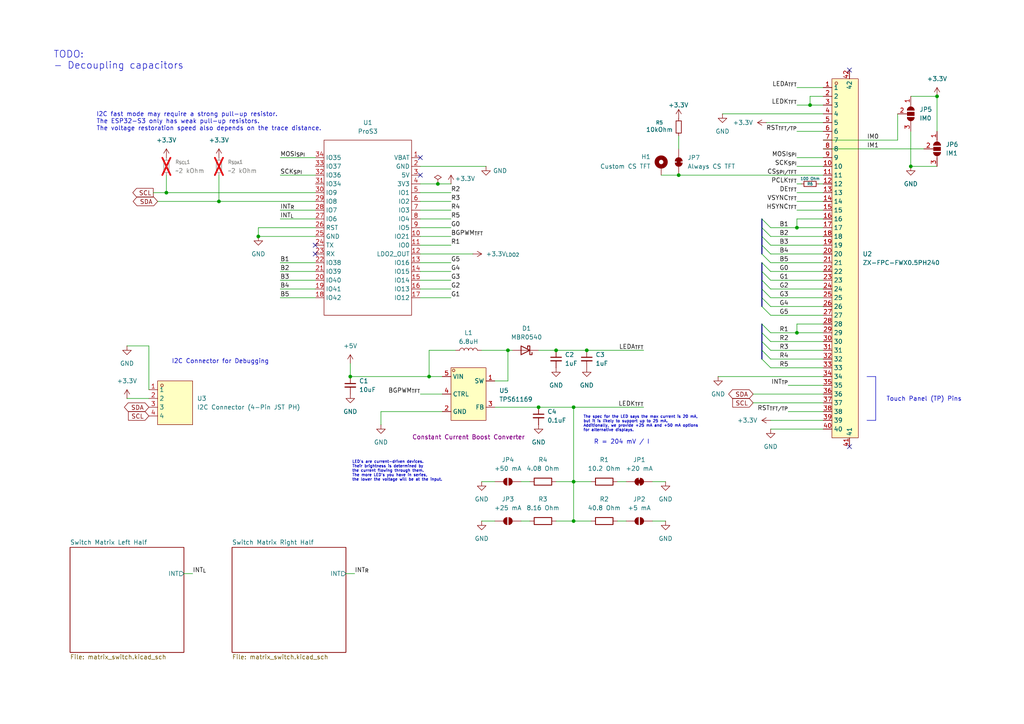
<source format=kicad_sch>
(kicad_sch (version 20250114) (generator "eeschema") (generator_version "9.0")
  (paper "A4")
  (title_block (title "Advanced Clicky Input Device") (company "Jakub Hlusička"))
  (lib_symbols
    (symbol "Device:C_Small" (pin_numbers (hide yes)) (pin_names (offset 0.254) (hide yes))
      (property "Reference" "C" (at 0.254 1.778 0))
      (property "Value" "C_Small" (at 0.254 -2.032 0))
      (symbol "C_Small_0_1"
        (polyline (pts (xy -1.524 0.508) (xy 1.524 0.508)) (stroke (width 0.3048)))
        (polyline (pts (xy -1.524 -0.508) (xy 1.524 -0.508)) (stroke (width 0.3302)))
      )
      (symbol "C_Small_1_1"
        (pin passive line (at 0 2.54 270) (length 2.032) (name "~") (number "1"))
        (pin passive line (at 0 -2.54 90) (length 2.032) (name "~") (number "2"))
      )
    )
    (symbol "Device:L" (pin_numbers (hide yes)) (pin_names (offset 1.016) (hide yes))
      (property "Reference" "L" (at -1.27 0 90))
      (property "Value" "L" (at 1.905 0 90))
      (symbol "L_0_1"
        (arc (start 0 2.54) (mid 0.6323 1.905) (end 0 1.27))
        (arc (start 0 1.27) (mid 0.6323 0.635) (end 0 0))
        (arc (start 0 0) (mid 0.6323 -0.635) (end 0 -1.27))
        (arc (start 0 -1.27) (mid 0.6323 -1.905) (end 0 -2.54))
      )
      (symbol "L_1_1"
        (pin passive line (at 0 3.81 270) (length 1.27) (name "1") (number "1"))
        (pin passive line (at 0 -3.81 90) (length 1.27) (name "2") (number "2"))
      )
    )
    (symbol "Device:R" (pin_numbers (hide yes)) (pin_names (offset 0))
      (property "Reference" "R" (at 2.032 0 90))
      (property "Value" "R" (at 0 0 90))
      (symbol "R_0_1"
        (rectangle (start -1.016 -2.54) (end 1.016 2.54) (stroke (width 0.254)))
      )
      (symbol "R_1_1"
        (pin passive line (at 0 3.81 270) (length 1.27) (name "~") (number "1"))
        (pin passive line (at 0 -3.81 90) (length 1.27) (name "~") (number "2"))
      )
    )
    (symbol "Device:R_Small" (pin_numbers (hide yes)) (pin_names (offset 0.254) (hide yes))
      (property "Reference" "R" (at 0 0 90))
      (property "Value" "R_Small" (at 1.778 0 90))
      (symbol "R_Small_0_1"
        (rectangle (start -0.762 1.778) (end 0.762 -1.778) (stroke (width 0.2032)))
      )
      (symbol "R_Small_1_1"
        (pin passive line (at 0 2.54 270) (length 0.762) (name "~") (number "1"))
        (pin passive line (at 0 -2.54 90) (length 0.762) (name "~") (number "2"))
      )
    )
    (symbol "Diode:MBR0540" (pin_numbers (hide yes)) (pin_names (offset 1.016) (hide yes))
      (property "Reference" "D" (at 0 2.54 0))
      (property "Value" "MBR0540" (at 0 -2.54 0))
      (symbol "MBR0540_0_1"
        (polyline (pts (xy -1.905 0.635) (xy -1.905 1.27) (xy -1.27 1.27) (xy -1.27 -1.27) (xy -0.635 -1.27) (xy -0.635 -0.635)) (stroke (width 0.254)))
        (polyline (pts (xy 1.27 1.27) (xy 1.27 -1.27) (xy -1.27 0) (xy 1.27 1.27)) (stroke (width 0.254)))
        (polyline (pts (xy 1.27 0) (xy -1.27 0)))
      )
      (symbol "MBR0540_1_1"
        (pin passive line (at -3.81 0 0) (length 2.54) (name "K") (number "1"))
        (pin passive line (at 3.81 0 180) (length 2.54) (name "A") (number "2"))
      )
    )
    (symbol "Jumper:SolderJumper_2_Bridged" (pin_numbers (hide yes)) (pin_names (offset 0) (hide yes)) (in_bom no)
      (property "Reference" "JP" (at 0 2.032 0))
      (property "Value" "SolderJumper_2_Bridged" (at 0 -2.54 0))
      (symbol "SolderJumper_2_Bridged_0_1"
        (rectangle (start -0.508 0.508) (end 0.508 -0.508) (fill (type outline)))
        (polyline (pts (xy -0.254 1.016) (xy -0.254 -1.016)))
        (arc (start -0.254 -1.016) (mid -1.2656 0) (end -0.254 1.016))
        (arc (start -0.254 -1.016) (mid -1.2656 0) (end -0.254 1.016) (fill (type outline)))
        (arc (start 0.254 1.016) (mid 1.2656 0) (end 0.254 -1.016))
        (arc (start 0.254 1.016) (mid 1.2656 0) (end 0.254 -1.016) (fill (type outline)))
        (polyline (pts (xy 0.254 1.016) (xy 0.254 -1.016)))
      )
      (symbol "SolderJumper_2_Bridged_1_1"
        (pin passive line (at -3.81 0 0) (length 2.54) (name "A") (number "1"))
        (pin passive line (at 3.81 0 180) (length 2.54) (name "B") (number "2"))
      )
    )
    (symbol "Jumper:SolderJumper_2_Open" (pin_numbers (hide yes)) (pin_names (offset 0) (hide yes)) (in_bom no)
      (property "Reference" "JP" (at 0 2.032 0))
      (property "Value" "SolderJumper_2_Open" (at 0 -2.54 0))
      (symbol "SolderJumper_2_Open_0_1"
        (polyline (pts (xy -0.254 1.016) (xy -0.254 -1.016)))
        (arc (start -0.254 -1.016) (mid -1.2656 0) (end -0.254 1.016))
        (arc (start -0.254 -1.016) (mid -1.2656 0) (end -0.254 1.016) (fill (type outline)))
        (arc (start 0.254 1.016) (mid 1.2656 0) (end 0.254 -1.016))
        (arc (start 0.254 1.016) (mid 1.2656 0) (end 0.254 -1.016) (fill (type outline)))
        (polyline (pts (xy 0.254 1.016) (xy 0.254 -1.016)))
      )
      (symbol "SolderJumper_2_Open_1_1"
        (pin passive line (at -3.81 0 0) (length 2.54) (name "A") (number "1"))
        (pin passive line (at 3.81 0 180) (length 2.54) (name "B") (number "2"))
      )
    )
    (symbol "Jumper:SolderJumper_3_Open" (pin_names (offset 0) (hide yes)) (in_bom no)
      (property "Reference" "JP" (at -2.54 -2.54 0))
      (property "Value" "SolderJumper_3_Open" (at 0 2.794 0))
      (symbol "SolderJumper_3_Open_0_1"
        (polyline (pts (xy -2.54 0) (xy -2.032 0)))
        (polyline (pts (xy -1.016 1.016) (xy -1.016 -1.016)))
        (arc (start -1.016 -1.016) (mid -2.0276 0) (end -1.016 1.016))
        (arc (start -1.016 -1.016) (mid -2.0276 0) (end -1.016 1.016) (fill (type outline)))
        (rectangle (start -0.508 1.016) (end 0.508 -1.016) (fill (type outline)))
        (polyline (pts (xy 0 -1.27) (xy 0 -1.016)))
        (arc (start 1.016 1.016) (mid 2.0276 0) (end 1.016 -1.016))
        (arc (start 1.016 1.016) (mid 2.0276 0) (end 1.016 -1.016) (fill (type outline)))
        (polyline (pts (xy 1.016 1.016) (xy 1.016 -1.016)))
        (polyline (pts (xy 2.54 0) (xy 2.032 0)))
      )
      (symbol "SolderJumper_3_Open_1_1"
        (pin passive line (at -5.08 0 0) (length 2.54) (name "A") (number "1"))
        (pin passive line (at 0 -3.81 90) (length 2.54) (name "C") (number "2"))
        (pin passive line (at 5.08 0 180) (length 2.54) (name "B") (number "3"))
      )
    )
    (symbol "Mechanical:MountingHole_Pad" (pin_numbers (hide yes)) (pin_names (offset 1.016) (hide yes)) (in_bom no)
      (property "Reference" "H" (at 0 6.35 0))
      (property "Value" "MountingHole_Pad" (at 0 4.445 0))
      (symbol "MountingHole_Pad_0_1"
        (circle (center 0 1.27) (radius 1.27) (stroke (width 1.27)))
      )
      (symbol "MountingHole_Pad_1_1"
        (pin input line (at 0 -2.54 90) (length 2.54) (name "1") (number "1"))
      )
    )
    (symbol "UnexpectedMaker:ProS3"
      (property "Reference" "U" (at 0 -28.956 0))
      (property "Value" "ProS3" (at -0.508 27.178 0))
      (symbol "ProS3_0_1"
        (rectangle (start -12.7 25.4) (end 12.7 -25.4) (stroke (width 0.1524)))
      )
      (symbol "ProS3_1_1"
        (pin bidirectional line (at -15.24 20.32 0) (length 2.54) (name "IO35") (number "34"))
        (pin bidirectional line (at -15.24 17.78 0) (length 2.54) (name "IO37") (number "33"))
        (pin bidirectional line (at -15.24 15.24 0) (length 2.54) (name "IO36") (number "32"))
        (pin bidirectional line (at -15.24 12.7 0) (length 2.54) (name "IO34") (number "31"))
        (pin bidirectional line (at -15.24 10.16 0) (length 2.54) (name "IO9") (number "30"))
        (pin bidirectional line (at -15.24 7.62 0) (length 2.54) (name "IO8") (number "29"))
        (pin bidirectional line (at -15.24 5.08 0) (length 2.54) (name "IO7") (number "28"))
        (pin bidirectional line (at -15.24 2.54 0) (length 2.54) (name "IO6") (number "27"))
        (pin input line (at -15.24 0 0) (length 2.54) (name "RST") (number "26"))
        (pin power_in line (at -15.24 -2.54 0) (length 2.54) (name "GND") (number "25"))
        (pin bidirectional line (at -15.24 -5.08 0) (length 2.54) (name "TX") (number "24"))
        (pin bidirectional line (at -15.24 -7.62 0) (length 2.54) (name "RX") (number "23"))
        (pin bidirectional line (at -15.24 -10.16 0) (length 2.54) (name "IO38") (number "22"))
        (pin bidirectional line (at -15.24 -12.7 0) (length 2.54) (name "IO39") (number "21"))
        (pin bidirectional line (at -15.24 -15.24 0) (length 2.54) (name "IO40") (number "20"))
        (pin bidirectional line (at -15.24 -17.78 0) (length 2.54) (name "IO41") (number "19"))
        (pin bidirectional line (at -15.24 -20.32 0) (length 2.54) (name "IO42") (number "18"))
        (pin power_in line (at 15.24 20.32 180) (length 2.54) (name "VBAT") (number "1"))
        (pin power_in line (at 15.24 17.78 180) (length 2.54) (name "GND") (number "2"))
        (pin power_in line (at 15.24 15.24 180) (length 2.54) (name "5V") (number "3"))
        (pin power_in line (at 15.24 12.7 180) (length 2.54) (name "3V3") (number "4"))
        (pin bidirectional line (at 15.24 10.16 180) (length 2.54) (name "IO1") (number "5"))
        (pin bidirectional line (at 15.24 7.62 180) (length 2.54) (name "IO2") (number "6"))
        (pin bidirectional line (at 15.24 5.08 180) (length 2.54) (name "IO3") (number "7"))
        (pin bidirectional line (at 15.24 2.54 180) (length 2.54) (name "IO4") (number "8"))
        (pin bidirectional line (at 15.24 0 180) (length 2.54) (name "IO5") (number "9"))
        (pin bidirectional line (at 15.24 -2.54 180) (length 2.54) (name "IO21") (number "10"))
        (pin bidirectional line (at 15.24 -5.08 180) (length 2.54) (name "IO0") (number "11"))
        (pin power_out line (at 15.24 -7.62 180) (length 2.54) (name "LDO2_OUT") (number "12"))
        (pin bidirectional line (at 15.24 -10.16 180) (length 2.54) (name "IO16") (number "13"))
        (pin bidirectional line (at 15.24 -12.7 180) (length 2.54) (name "IO15") (number "14"))
        (pin bidirectional line (at 15.24 -15.24 180) (length 2.54) (name "IO14") (number "15"))
        (pin bidirectional line (at 15.24 -17.78 180) (length 2.54) (name "IO13") (number "16"))
        (pin bidirectional line (at 15.24 -20.32 180) (length 2.54) (name "IO12") (number "17"))
      )
    )
    (symbol "easyeda2kicad:B4B-PH-K(LF)(SN)"
      (property "Reference" "U" (at 0 7.62 0))
      (property "Value" "B4B-PH-K(LF)(SN)" (at 0 -10.16 0))
      (symbol "B4B-PH-K(LF)(SN)_0_1"
        (rectangle (start -2.54 5.08) (end 7.62 -7.62) (fill (type background)))
        (circle (center -1.27 3.81) (radius 0.38))
        (pin unspecified line (at -5.08 2.54 0) (length 2.54) (name "1") (number "1"))
        (pin unspecified line (at -5.08 0 0) (length 2.54) (name "2") (number "2"))
        (pin unspecified line (at -5.08 -2.54 0) (length 2.54) (name "3") (number "3"))
        (pin unspecified line (at -5.08 -5.08 0) (length 2.54) (name "4") (number "4"))
      )
    )
    (symbol "easyeda2kicad:TPS61169DCKR"
      (property "Reference" "U" (at 0 10.16 0))
      (property "Value" "TPS61169DCKR" (at 0 -10.16 0))
      (symbol "TPS61169DCKR_0_1"
        (rectangle (start -5.08 7.62) (end 5.08 -7.62) (fill (type background)))
        (circle (center -4.32 6.86) (radius 0.38))
      )
      (symbol "TPS61169DCKR_1_1"
        (pin power_in line (at -7.62 5.08 0) (length 2.54) (name "VIN") (number "5"))
        (pin input line (at -7.62 0 0) (length 2.54) (name "CTRL") (number "4"))
        (pin power_out line (at -7.62 -5.08 0) (length 2.54) (name "GND") (number "2"))
        (pin input line (at 7.62 3.81 180) (length 2.54) (name "SW") (number "1"))
        (pin input line (at 7.62 -3.81 180) (length 2.54) (name "FB") (number "3"))
      )
    )
    (symbol "easyeda2kicad:ZX-FPC-FWX0.5PH240"
      (property "Reference" "U" (at 0 60.96 0))
      (property "Value" "ZX-FPC-FWX0.5PH240" (at 0 -58.42 0))
      (symbol "ZX-FPC-FWX0.5PH240_0_1"
        (rectangle (start -2.54 53.34) (end 5.08 -50.8) (fill (type background)))
        (circle (center -1.27 52.07) (radius 0.38))
        (pin unspecified line (at -5.08 50.8 0) (length 2.54) (name "1") (number "1"))
        (pin unspecified line (at -5.08 48.26 0) (length 2.54) (name "2") (number "2"))
        (pin unspecified line (at -5.08 45.72 0) (length 2.54) (name "3") (number "3"))
        (pin unspecified line (at -5.08 43.18 0) (length 2.54) (name "4") (number "4"))
        (pin unspecified line (at -5.08 40.64 0) (length 2.54) (name "5") (number "5"))
        (pin unspecified line (at -5.08 38.1 0) (length 2.54) (name "6") (number "6"))
        (pin unspecified line (at -5.08 35.56 0) (length 2.54) (name "7") (number "7"))
        (pin unspecified line (at -5.08 33.02 0) (length 2.54) (name "8") (number "8"))
        (pin unspecified line (at -5.08 30.48 0) (length 2.54) (name "9") (number "9"))
        (pin unspecified line (at -5.08 27.94 0) (length 2.54) (name "10") (number "10"))
        (pin unspecified line (at -5.08 25.4 0) (length 2.54) (name "11") (number "11"))
        (pin unspecified line (at -5.08 22.86 0) (length 2.54) (name "12") (number "12"))
        (pin unspecified line (at -5.08 20.32 0) (length 2.54) (name "13") (number "13"))
        (pin unspecified line (at -5.08 17.78 0) (length 2.54) (name "14") (number "14"))
        (pin unspecified line (at -5.08 15.24 0) (length 2.54) (name "15") (number "15"))
        (pin unspecified line (at -5.08 12.7 0) (length 2.54) (name "16") (number "16"))
        (pin unspecified line (at -5.08 10.16 0) (length 2.54) (name "17") (number "17"))
        (pin unspecified line (at -5.08 7.62 0) (length 2.54) (name "18") (number "18"))
        (pin unspecified line (at -5.08 5.08 0) (length 2.54) (name "19") (number "19"))
        (pin unspecified line (at -5.08 2.54 0) (length 2.54) (name "20") (number "20"))
        (pin unspecified line (at -5.08 0 0) (length 2.54) (name "21") (number "21"))
        (pin unspecified line (at -5.08 -2.54 0) (length 2.54) (name "22") (number "22"))
        (pin unspecified line (at -5.08 -5.08 0) (length 2.54) (name "23") (number "23"))
        (pin unspecified line (at -5.08 -7.62 0) (length 2.54) (name "24") (number "24"))
        (pin unspecified line (at -5.08 -10.16 0) (length 2.54) (name "25") (number "25"))
        (pin unspecified line (at -5.08 -12.7 0) (length 2.54) (name "26") (number "26"))
        (pin unspecified line (at -5.08 -15.24 0) (length 2.54) (name "27") (number "27"))
        (pin unspecified line (at -5.08 -17.78 0) (length 2.54) (name "28") (number "28"))
        (pin unspecified line (at -5.08 -20.32 0) (length 2.54) (name "29") (number "29"))
        (pin unspecified line (at -5.08 -22.86 0) (length 2.54) (name "30") (number "30"))
        (pin unspecified line (at -5.08 -25.4 0) (length 2.54) (name "31") (number "31"))
        (pin unspecified line (at -5.08 -27.94 0) (length 2.54) (name "32") (number "32"))
        (pin unspecified line (at -5.08 -30.48 0) (length 2.54) (name "33") (number "33"))
        (pin unspecified line (at -5.08 -33.02 0) (length 2.54) (name "34") (number "34"))
        (pin unspecified line (at -5.08 -35.56 0) (length 2.54) (name "35") (number "35"))
        (pin unspecified line (at -5.08 -38.1 0) (length 2.54) (name "36") (number "36"))
        (pin unspecified line (at -5.08 -40.64 0) (length 2.54) (name "37") (number "37"))
        (pin unspecified line (at -5.08 -43.18 0) (length 2.54) (name "38") (number "38"))
        (pin unspecified line (at -5.08 -45.72 0) (length 2.54) (name "39") (number "39"))
        (pin unspecified line (at -5.08 -48.26 0) (length 2.54) (name "40") (number "40"))
        (pin unspecified line (at 2.54 55.88 270) (length 2.54) (name "42") (number "42"))
        (pin unspecified line (at 2.54 -53.34 90) (length 2.54) (name "41") (number "41"))
      )
    )
    (symbol "power:+3.3V" (power) (pin_numbers (hide yes)) (pin_names (offset 0) (hide yes))
      (property "Value" "+3.3V" (at 0 3.556 0))
      (symbol "+3.3V_0_1"
        (polyline (pts (xy -0.762 1.27) (xy 0 2.54)))
        (polyline (pts (xy 0 2.54) (xy 0.762 1.27)))
        (polyline (pts (xy 0 0) (xy 0 2.54)))
      )
      (symbol "+3.3V_1_1"
        (pin power_in line (at 0 0 90) (length 0) (name "~") (number "1"))
      )
    )
    (symbol "power:+5V" (power) (pin_numbers (hide yes)) (pin_names (offset 0) (hide yes))
      (property "Value" "+5V" (at 0 3.556 0))
      (symbol "+5V_0_1"
        (polyline (pts (xy -0.762 1.27) (xy 0 2.54)))
        (polyline (pts (xy 0 2.54) (xy 0.762 1.27)))
        (polyline (pts (xy 0 0) (xy 0 2.54)))
      )
      (symbol "+5V_1_1"
        (pin power_in line (at 0 0 90) (length 0) (name "~") (number "1"))
      )
    )
    (symbol "power:GND" (power) (pin_numbers (hide yes)) (pin_names (offset 0) (hide yes))
      (property "Value" "GND" (at 0 -3.81 0))
      (symbol "GND_0_1"
        (polyline (pts (xy 0 0) (xy 0 -1.27) (xy 1.27 -1.27) (xy 0 -2.54) (xy -1.27 -1.27) (xy 0 -1.27)))
      )
      (symbol "GND_1_1"
        (pin power_in line (at 0 0 270) (length 0) (name "~") (number "1"))
      )
    )
    (symbol "power:PWR_FLAG" (power) (pin_numbers (hide yes)) (pin_names (offset 0) (hide yes))
      (property "Value" "PWR_FLAG" (at 0 3.81 0))
      (symbol "PWR_FLAG_0_0"
        (pin power_out line (at 0 0 90) (length 0) (name "~") (number "1"))
      )
      (symbol "PWR_FLAG_0_1"
        (polyline (pts (xy 0 0) (xy 0 1.27) (xy -1.016 1.905) (xy 0 2.54) (xy 1.016 1.905) (xy 0 1.27)))
      )
    )
  )
  (text "TODO:\n- Decoupling capacitors" (at 15.494 17.526 0) (effects (font (size 2 2)) (justify left)))
  (text "R = 204 mV / I" (at 172.212 128.27 0) (effects (font (size 1.27 1.27)) (justify left)))
  (text "Touch Panel (TP) Pins" (at 257.048 115.824 0) (effects (font (size 1.27 1.27)) (justify left)))
  (text "The spec for the LED says the max current is 20 mA,\nbut it is likely to support up to 25 mA.\nAdditionally, we provide +25 mA and +50 mA options\nfor alternative displays." (at 169.164 122.936 0) (effects (font (size 0.8 0.8)) (justify left)))
  (text "LED's are current-driven devices.\nTheir brightness is determined by\nthe current flowing through them.\nThe more LED's you have in series,\nthe lower the voltage will be at the input." (at 102.108 136.652 0) (effects (font (size 0.8 0.8)) (justify left)))
  (text "I2C fast mode may require a strong pull-up resistor.\nThe ESP32-S3 only has weak pull-up resistors.\nThe voltage restoration speed also depends on the trace distance." (at 27.94 35.306 0) (effects (font (size 1.27 1.27)) (justify left)))
  (text "I2C Connector for Debugging" (at 49.784 104.902 0) (effects (font (size 1.27 1.27)) (justify left)))
  (junction (at 170.18 101.6))
  (junction (at 127 53.34))
  (junction (at 196.85 50.8))
  (junction (at 166.37 151.13))
  (junction (at 63.5 58.42))
  (junction (at 147.32 101.6))
  (junction (at 161.29 101.6))
  (junction (at 264.16 48.26))
  (junction (at 48.26 55.88))
  (junction (at 271.78 27.94))
  (junction (at 101.6 109.22))
  (junction (at 166.37 118.11))
  (junction (at 124.46 109.22))
  (junction (at 231.14 66.04))
  (junction (at 156.21 118.11))
  (junction (at 231.14 96.52))
  (junction (at 74.93 68.58))
  (junction (at 234.95 30.48))
  (junction (at 166.37 139.7))
  (no_connect (at 121.92 50.8))
  (no_connect (at 91.44 71.12))
  (no_connect (at 121.92 45.72))
  (no_connect (at 246.38 20.32))
  (no_connect (at 91.44 73.66))
  (no_connect (at 246.38 129.54))
  (bus_entry (at 220.98 96.52) (size 2.54 2.54))
  (bus_entry (at 220.98 104.14) (size 2.54 2.54))
  (bus_entry (at 220.98 66.04) (size 2.54 2.54))
  (bus_entry (at 220.98 63.5) (size 2.54 2.54))
  (bus_entry (at 220.98 99.06) (size 2.54 2.54))
  (bus_entry (at 220.98 76.2) (size 2.54 2.54))
  (bus_entry (at 220.98 73.66) (size 2.54 2.54))
  (bus_entry (at 220.98 101.6) (size 2.54 2.54))
  (bus_entry (at 220.98 93.98) (size 2.54 2.54))
  (bus_entry (at 220.98 71.12) (size 2.54 2.54))
  (bus_entry (at 220.98 68.58) (size 2.54 2.54))
  (bus_entry (at 220.98 78.74) (size 2.54 2.54))
  (bus_entry (at 220.98 88.9) (size 2.54 2.54))
  (bus_entry (at 220.98 83.82) (size 2.54 2.54))
  (bus_entry (at 220.98 86.36) (size 2.54 2.54))
  (bus_entry (at 220.98 81.28) (size 2.54 2.54))
  (wire (pts (xy 81.28 63.5) (xy 91.44 63.5)))
  (wire (pts (xy 166.37 118.11) (xy 186.69 118.11)))
  (wire (pts (xy 171.45 139.7) (xy 166.37 139.7)))
  (wire (pts (xy 231.14 48.26) (xy 238.76 48.26)))
  (wire (pts (xy 139.7 101.6) (xy 147.32 101.6)))
  (wire (pts (xy 161.29 139.7) (xy 166.37 139.7)))
  (wire (pts (xy 234.95 30.48) (xy 234.95 27.94)))
  (wire (pts (xy 74.93 66.04) (xy 91.44 66.04)))
  (wire (pts (xy 223.52 121.92) (xy 238.76 121.92)))
  (wire (pts (xy 234.95 30.48) (xy 238.76 30.48)))
  (bus (pts (xy 220.98 66.04) (xy 220.98 68.58)))
  (wire (pts (xy 81.28 60.96) (xy 91.44 60.96)))
  (bus (pts (xy 220.98 63.5) (xy 220.98 66.04)))
  (wire (pts (xy 110.49 119.38) (xy 110.49 123.19)))
  (wire (pts (xy 223.52 68.58) (xy 238.76 68.58)))
  (wire (pts (xy 193.04 139.7) (xy 189.23 139.7)))
  (wire (pts (xy 148.59 101.6) (xy 147.32 101.6)))
  (wire (pts (xy 223.52 124.46) (xy 238.76 124.46)))
  (wire (pts (xy 223.52 86.36) (xy 238.76 86.36)))
  (wire (pts (xy 121.92 114.3) (xy 128.27 114.3)))
  (wire (pts (xy 264.16 48.26) (xy 271.78 48.26)))
  (wire (pts (xy 130.81 66.04) (xy 121.92 66.04)))
  (wire (pts (xy 81.28 83.82) (xy 91.44 83.82)))
  (wire (pts (xy 161.29 101.6) (xy 170.18 101.6)))
  (wire (pts (xy 223.52 66.04) (xy 231.14 66.04)))
  (wire (pts (xy 63.5 58.42) (xy 91.44 58.42)))
  (wire (pts (xy 44.45 55.88) (xy 48.26 55.88)))
  (wire (pts (xy 193.04 151.13) (xy 189.23 151.13)))
  (wire (pts (xy 124.46 109.22) (xy 124.46 101.6)))
  (wire (pts (xy 101.6 109.22) (xy 124.46 109.22)))
  (wire (pts (xy 36.83 100.33) (xy 43.18 100.33)))
  (wire (pts (xy 170.18 101.6) (xy 186.69 101.6)))
  (polyline (pts (xy 251.46 121.92) (xy 254 121.92)))
  (wire (pts (xy 223.52 83.82) (xy 238.76 83.82)))
  (wire (pts (xy 208.28 109.22) (xy 238.76 109.22)))
  (wire (pts (xy 231.14 66.04) (xy 238.76 66.04)))
  (wire (pts (xy 271.78 38.1) (xy 271.78 27.94)))
  (bus (pts (xy 220.98 71.12) (xy 220.98 73.66)))
  (wire (pts (xy 130.81 60.96) (xy 121.92 60.96)))
  (wire (pts (xy 161.29 151.13) (xy 166.37 151.13)))
  (wire (pts (xy 218.44 114.3) (xy 238.76 114.3)))
  (wire (pts (xy 156.21 118.11) (xy 166.37 118.11)))
  (wire (pts (xy 130.81 83.82) (xy 121.92 83.82)))
  (wire (pts (xy 223.52 76.2) (xy 238.76 76.2)))
  (wire (pts (xy 223.52 78.74) (xy 238.76 78.74)))
  (wire (pts (xy 234.95 27.94) (xy 238.76 27.94)))
  (wire (pts (xy 166.37 118.11) (xy 166.37 139.7)))
  (polyline (pts (xy 251.46 109.22) (xy 254 109.22)))
  (wire (pts (xy 81.28 86.36) (xy 91.44 86.36)))
  (wire (pts (xy 139.7 151.13) (xy 143.51 151.13)))
  (wire (pts (xy 171.45 151.13) (xy 166.37 151.13)))
  (wire (pts (xy 124.46 109.22) (xy 128.27 109.22)))
  (wire (pts (xy 231.14 96.52) (xy 238.76 96.52)))
  (wire (pts (xy 231.14 30.48) (xy 234.95 30.48)))
  (wire (pts (xy 102.87 166.37) (xy 100.33 166.37)))
  (wire (pts (xy 156.21 101.6) (xy 161.29 101.6)))
  (wire (pts (xy 231.14 38.1) (xy 238.76 38.1)))
  (wire (pts (xy 74.93 68.58) (xy 91.44 68.58)))
  (wire (pts (xy 196.85 50.8) (xy 238.76 50.8)))
  (wire (pts (xy 228.6 119.38) (xy 238.76 119.38)))
  (wire (pts (xy 55.88 166.37) (xy 53.34 166.37)))
  (wire (pts (xy 130.81 76.2) (xy 121.92 76.2)))
  (wire (pts (xy 130.81 63.5) (xy 121.92 63.5)))
  (wire (pts (xy 130.81 68.58) (xy 121.92 68.58)))
  (wire (pts (xy 128.27 119.38) (xy 110.49 119.38)))
  (wire (pts (xy 179.07 139.7) (xy 181.61 139.7)))
  (wire (pts (xy 81.28 81.28) (xy 91.44 81.28)))
  (wire (pts (xy 81.28 50.8) (xy 91.44 50.8)))
  (wire (pts (xy 231.14 63.5) (xy 231.14 66.04)))
  (bus (pts (xy 220.98 81.28) (xy 220.98 83.82)))
  (wire (pts (xy 223.52 71.12) (xy 238.76 71.12)))
  (wire (pts (xy 81.28 45.72) (xy 91.44 45.72)))
  (wire (pts (xy 151.13 139.7) (xy 153.67 139.7)))
  (wire (pts (xy 121.92 53.34) (xy 127 53.34)))
  (wire (pts (xy 130.81 71.12) (xy 121.92 71.12)))
  (wire (pts (xy 130.81 78.74) (xy 121.92 78.74)))
  (wire (pts (xy 74.93 66.04) (xy 74.93 68.58)))
  (wire (pts (xy 139.7 139.7) (xy 143.51 139.7)))
  (bus (pts (xy 220.98 78.74) (xy 220.98 81.28)))
  (wire (pts (xy 81.28 78.74) (xy 91.44 78.74)))
  (wire (pts (xy 124.46 101.6) (xy 132.08 101.6)))
  (wire (pts (xy 191.77 50.8) (xy 196.85 50.8)))
  (wire (pts (xy 209.55 33.02) (xy 238.76 33.02)))
  (wire (pts (xy 179.07 151.13) (xy 181.61 151.13)))
  (wire (pts (xy 121.92 73.66) (xy 137.16 73.66)))
  (wire (pts (xy 223.52 73.66) (xy 238.76 73.66)))
  (bus (pts (xy 220.98 83.82) (xy 220.98 86.36)))
  (wire (pts (xy 218.44 116.84) (xy 238.76 116.84)))
  (wire (pts (xy 143.51 118.11) (xy 156.21 118.11)))
  (wire (pts (xy 222.25 35.56) (xy 238.76 35.56)))
  (wire (pts (xy 151.13 151.13) (xy 153.67 151.13)))
  (bus (pts (xy 220.98 99.06) (xy 220.98 101.6)))
  (wire (pts (xy 231.14 53.34) (xy 232.41 53.34)))
  (wire (pts (xy 223.52 91.44) (xy 238.76 91.44)))
  (wire (pts (xy 63.5 50.8) (xy 63.5 58.42)))
  (wire (pts (xy 231.14 45.72) (xy 238.76 45.72)))
  (wire (pts (xy 223.52 88.9) (xy 238.76 88.9)))
  (bus (pts (xy 220.98 93.98) (xy 220.98 96.52)))
  (wire (pts (xy 228.6 111.76) (xy 238.76 111.76)))
  (wire (pts (xy 130.81 55.88) (xy 121.92 55.88)))
  (bus (pts (xy 220.98 96.52) (xy 220.98 99.06)))
  (wire (pts (xy 238.76 43.18) (xy 267.97 43.18)))
  (wire (pts (xy 101.6 105.41) (xy 101.6 109.22)))
  (wire (pts (xy 130.81 58.42) (xy 121.92 58.42)))
  (bus (pts (xy 220.98 76.2) (xy 220.98 78.74)))
  (wire (pts (xy 130.81 86.36) (xy 121.92 86.36)))
  (wire (pts (xy 81.28 76.2) (xy 91.44 76.2)))
  (bus (pts (xy 220.98 86.36) (xy 220.98 88.9)))
  (wire (pts (xy 143.51 110.49) (xy 147.32 110.49)))
  (wire (pts (xy 223.52 81.28) (xy 238.76 81.28)))
  (wire (pts (xy 231.14 63.5) (xy 238.76 63.5)))
  (wire (pts (xy 231.14 25.4) (xy 238.76 25.4)))
  (wire (pts (xy 231.14 93.98) (xy 231.14 96.52)))
  (wire (pts (xy 223.52 106.68) (xy 238.76 106.68)))
  (bus (pts (xy 220.98 68.58) (xy 220.98 71.12)))
  (wire (pts (xy 231.14 55.88) (xy 238.76 55.88)))
  (wire (pts (xy 121.92 48.26) (xy 140.97 48.26)))
  (wire (pts (xy 223.52 104.14) (xy 238.76 104.14)))
  (wire (pts (xy 223.52 96.52) (xy 231.14 96.52)))
  (wire (pts (xy 48.26 55.88) (xy 91.44 55.88)))
  (wire (pts (xy 237.49 53.34) (xy 238.76 53.34)))
  (wire (pts (xy 130.81 81.28) (xy 121.92 81.28)))
  (bus (pts (xy 220.98 101.6) (xy 220.98 104.14)))
  (wire (pts (xy 147.32 101.6) (xy 147.32 110.49)))
  (wire (pts (xy 231.14 58.42) (xy 238.76 58.42)))
  (wire (pts (xy 45.72 58.42) (xy 63.5 58.42)))
  (wire (pts (xy 231.14 93.98) (xy 238.76 93.98)))
  (wire (pts (xy 264.16 38.1) (xy 264.16 48.26)))
  (wire (pts (xy 223.52 99.06) (xy 238.76 99.06)))
  (polyline (pts (xy 254 109.22) (xy 254 121.92)))
  (wire (pts (xy 231.14 60.96) (xy 238.76 60.96)))
  (wire (pts (xy 223.52 101.6) (xy 238.76 101.6)))
  (wire (pts (xy 238.76 40.64) (xy 260.35 40.64)))
  (wire (pts (xy 196.85 43.18) (xy 196.85 39.37)))
  (wire (pts (xy 43.18 113.03) (xy 43.18 100.33)))
  (wire (pts (xy 260.35 33.02) (xy 260.35 40.64)))
  (wire (pts (xy 166.37 139.7) (xy 166.37 151.13)))
  (wire (pts (xy 271.78 27.94) (xy 264.16 27.94)))
  (wire (pts (xy 48.26 50.8) (xy 48.26 55.88)))
  (wire (pts (xy 127 53.34) (xy 130.81 53.34)))
  (wire (pts (xy 36.83 115.57) (xy 43.18 115.57)))
  (label "B2" (at 226.06 68.58 0))
  (label "INT_{R}" (at 102.87 166.37 0))
  (label "RST_{TFT{slash}TP}" (at 228.6 119.38 180))
  (label "LEDK_{TFT}" (at 186.69 118.11 180))
  (label "HSYNC_{TFT}" (at 231.14 60.96 180))
  (label "MOSI_{SPI}" (at 81.28 45.72 0))
  (label "RST_{TFT{slash}TP}" (at 231.14 38.1 180))
  (label "IM1" (at 251.46 43.18 0))
  (label "VSYNC_{TFT}" (at 231.14 58.42 180))
  (label "G1" (at 226.06 81.28 0))
  (label "G3" (at 226.06 86.36 0))
  (label "G4" (at 226.06 88.9 0))
  (label "G5" (at 226.06 91.44 0))
  (label "G0" (at 226.06 78.74 0))
  (label "G2" (at 226.06 83.82 0))
  (label "LEDK_{TFT}" (at 231.14 30.48 180))
  (label "LEDA_{TFT}" (at 231.14 25.4 180))
  (label "R1" (at 130.81 71.12 0))
  (label "MOSI_{SPI}" (at 231.14 45.72 180))
  (label "SCK_{SPI}" (at 81.28 50.8 0))
  (label "IM0" (at 251.46 40.64 0))
  (label "B1" (at 226.06 66.04 0))
  (label "B3" (at 226.06 71.12 0))
  (label "B4" (at 226.06 73.66 0))
  (label "B5" (at 226.06 76.2 0))
  (label "LEDA_{TFT}" (at 186.69 101.6 180))
  (label "CS_{SPI{slash}TFT}" (at 231.14 50.8 180))
  (label "INT_{L}" (at 81.28 63.5 0))
  (label "SCK_{SPI}" (at 231.14 48.26 180))
  (label "G0" (at 130.81 66.04 0))
  (label "G5" (at 130.81 76.2 0))
  (label "G4" (at 130.81 78.74 0))
  (label "G3" (at 130.81 81.28 0))
  (label "G2" (at 130.81 83.82 0))
  (label "G1" (at 130.81 86.36 0))
  (label "INT_{TP}" (at 228.6 111.76 180))
  (label "R2" (at 226.06 99.06 0))
  (label "R3" (at 226.06 101.6 0))
  (label "R4" (at 226.06 104.14 0))
  (label "R5" (at 226.06 106.68 0))
  (label "R1" (at 226.06 96.52 0))
  (label "BGPWM_{TFT}" (at 130.81 68.58 0))
  (label "PCLK_{TFT}" (at 231.14 53.34 180))
  (label "BGPWM_{TFT}" (at 121.92 114.3 180))
  (label "INT_{R}" (at 81.28 60.96 0))
  (label "B4" (at 81.28 83.82 0))
  (label "B5" (at 81.28 86.36 0))
  (label "B3" (at 81.28 81.28 0))
  (label "B2" (at 81.28 78.74 0))
  (label "B1" (at 81.28 76.2 0))
  (label "DE_{TFT}" (at 231.14 55.88 180))
  (label "INT_{L}" (at 55.88 166.37 0))
  (label "R2" (at 130.81 55.88 0))
  (label "R3" (at 130.81 58.42 0))
  (label "R5" (at 130.81 63.5 0))
  (label "R4" (at 130.81 60.96 0))
  (global_label "SDA" (shape bidirectional) (at 43.18 118.11 180) (property "Intersheetrefs" "${INTERSHEET_REFS}" (effects (hide yes))))
  (global_label "SCL" (shape output) (at 44.45 55.88 180) (property "Intersheetrefs" "${INTERSHEET_REFS}" (effects (hide yes))))
  (global_label "SDA" (shape bidirectional) (at 45.72 58.42 180) (property "Intersheetrefs" "${INTERSHEET_REFS}" (effects (hide yes))))
  (global_label "SDA" (shape bidirectional) (at 218.44 114.3 180) (property "Intersheetrefs" "${INTERSHEET_REFS}" (effects (hide yes))))
  (global_label "SCL" (shape input) (at 218.44 116.84 180) (property "Intersheetrefs" "${INTERSHEET_REFS}" (effects (hide yes))))
  (global_label "SCL" (shape input) (at 43.18 120.65 180) (property "Intersheetrefs" "${INTERSHEET_REFS}" (effects (hide yes))))
  (symbol (lib_id "power:+3.3V") (at 223.52 121.92 90) (unit 1)
    (property "Reference" "#PWR09" (effects (hide yes)))
    (property "Value" "+3.3V" (at 219.71 121.9199 90) (effects (justify left)))
    (property "Description" "Power symbol creates a global label with name \"+3.3V\"" (effects (hide yes)))
  )
  (symbol (lib_id "power:GND") (at 193.04 151.13 0) (unit 1)
    (property "Reference" "#PWR016" (effects (hide yes)))
    (property "Value" "GND" (at 193.04 156.21 0))
    (property "Description" "Power symbol creates a global label with name \"GND\" , ground" (effects (hide yes)))
  )
  (symbol (lib_id "Jumper:SolderJumper_3_Open") (at 271.78 43.18 270) (unit 1) (in_bom no)
    (property "Reference" "JP6" (at 274.32 41.9099 90) (effects (justify left)))
    (property "Value" "IM1" (at 274.32 44.4499 90) (effects (justify left)))
    (property "Description" "Solder Jumper, 3-pole, open" (effects (hide yes)))
  )
  (symbol (lib_id "power:GND") (at 156.21 123.19 0) (unit 1)
    (property "Reference" "#PWR098" (effects (hide yes)))
    (property "Value" "GND" (at 156.21 128.27 0))
    (property "Description" "Power symbol creates a global label with name \"GND\" , ground" (effects (hide yes)))
  )
  (symbol (lib_id "Device:R") (at 175.26 151.13 90) (unit 1)
    (property "Reference" "R2" (at 175.26 144.78 90))
    (property "Value" "40.8 Ohm" (at 175.26 147.32 90))
    (property "Description" "Resistor" (effects (hide yes)))
  )
  (symbol (lib_id "power:+3.3V") (at 48.26 45.72 0) (unit 1)
    (property "Reference" "#PWR07" (effects (hide yes)))
    (property "Value" "+3.3V" (at 48.26 40.64 0))
    (property "Description" "Power symbol creates a global label with name \"+3.3V\"" (effects (hide yes)))
  )
  (symbol (lib_id "easyeda2kicad:TPS61169DCKR") (at 135.89 114.3 0) (unit 1)
    (property "Reference" "U5" (at 144.78 113.2849 0) (effects (justify left)))
    (property "Value" "TPS61169" (at 144.78 115.8249 0) (effects (justify left)))
    (property "Footprint" "easyeda2kicad:SC-70-5_L2.1-W1.3-P0.65-LS2.1-BR" (effects (hide yes)))
    (property "Datasheet" "https://lcsc.com/product-detail/LED-Drivers_TI_TPS61169DCKR_TPS61169DCKR_C71045.html" (effects (hide yes)))
    (property "Description" "Constant Current Boost Converter" (at 135.89 126.746 0))
    (property "LCSC Part" "C71045" (effects (hide yes)))
  )
  (symbol (lib_id "Diode:MBR0540") (at 152.4 101.6 180) (unit 1)
    (property "Reference" "D1" (at 152.7175 95.25 0))
    (property "Value" "MBR0540" (at 152.7175 97.79 0))
    (property "Footprint" "Diode_SMD:D_SOD-123" (effects (hide yes)))
    (property "Datasheet" "http://www.mccsemi.com/up_pdf/MBR0520~MBR0580(SOD123).pdf" (effects (hide yes)))
    (property "Description" "40V 0.5A Schottky Power Rectifier Diode, SOD-123" (effects (hide yes)))
  )
  (symbol (lib_id "power:GND") (at 170.18 106.68 0) (unit 1)
    (property "Reference" "#PWR097" (effects (hide yes)))
    (property "Value" "GND" (at 170.18 111.76 0))
    (property "Description" "Power symbol creates a global label with name \"GND\" , ground" (effects (hide yes)))
  )
  (symbol (lib_id "power:+3.3V") (at 130.81 53.34 0) (unit 1)
    (property "Reference" "#PWR03" (effects (hide yes)))
    (property "Value" "+3.3V" (at 134.874 51.816 0))
    (property "Description" "Power symbol creates a global label with name \"+3.3V\"" (effects (hide yes)))
  )
  (symbol (lib_id "Device:R") (at 157.48 139.7 90) (unit 1)
    (property "Reference" "R4" (at 157.48 133.35 90))
    (property "Value" "4.08 Ohm" (at 157.48 135.89 90))
    (property "Description" "Resistor" (effects (hide yes)))
  )
  (symbol (lib_id "power:GND") (at 36.83 100.33 0) (unit 1)
    (property "Reference" "#PWR05" (effects (hide yes)))
    (property "Value" "GND" (at 36.83 105.41 0))
    (property "Description" "Power symbol creates a global label with name \"GND\" , ground" (effects (hide yes)))
  )
  (symbol (lib_id "Device:C_Small") (at 101.6 111.76 0) (unit 1)
    (property "Reference" "C1" (at 104.14 110.4962 0) (effects (justify left)))
    (property "Value" "10uF" (at 104.14 113.0362 0) (effects (justify left)))
    (property "Description" "Unpolarized capacitor, small symbol" (effects (hide yes)))
  )
  (symbol (lib_id "Device:C_Small") (at 161.29 104.14 0) (unit 1)
    (property "Reference" "C2" (at 163.83 102.8762 0) (effects (justify left)))
    (property "Value" "1uF" (at 163.83 105.4162 0) (effects (justify left)))
    (property "Description" "Unpolarized capacitor, small symbol" (effects (hide yes)))
  )
  (symbol (lib_id "power:GND") (at 208.28 109.22 0) (unit 1)
    (property "Reference" "#PWR010" (effects (hide yes)))
    (property "Value" "GND" (at 208.28 114.3 0))
    (property "Description" "Power symbol creates a global label with name \"GND\" , ground" (effects (hide yes)))
  )
  (symbol (lib_id "Jumper:SolderJumper_2_Bridged") (at 196.85 46.99 270) (unit 1) (in_bom no)
    (property "Reference" "JP7" (at 199.39 45.7199 90) (effects (justify left)))
    (property "Value" "Always CS TFT" (at 199.39 48.2599 90) (effects (justify left)))
    (property "Description" "Solder Jumper, 2-pole, closed/bridged" (effects (hide yes)))
  )
  (symbol (lib_id "power:PWR_FLAG") (at 127 53.34 0) (unit 1)
    (property "Reference" "#FLG02" (effects (hide yes)))
    (property "Value" "PWR_FLAG" (effects (hide yes)))
    (property "Description" "Special symbol for telling ERC where power comes from" (effects (hide yes)))
  )
  (symbol (lib_id "power:+3.3V") (at 63.5 45.72 0) (unit 1)
    (property "Reference" "#PWR08" (effects (hide yes)))
    (property "Value" "+3.3V" (at 63.5 40.64 0))
    (property "Description" "Power symbol creates a global label with name \"+3.3V\"" (effects (hide yes)))
  )
  (symbol (lib_id "Device:R") (at 157.48 151.13 90) (unit 1)
    (property "Reference" "R3" (at 157.48 144.78 90))
    (property "Value" "8.16 Ohm" (at 157.48 147.32 90))
    (property "Description" "Resistor" (effects (hide yes)))
  )
  (symbol (lib_id "power:+3.3V") (at 222.25 35.56 90) (unit 1)
    (property "Reference" "#PWR0100" (effects (hide yes)))
    (property "Value" "+3.3V" (at 218.44 35.5599 90) (effects (justify left)))
    (property "Description" "Power symbol creates a global label with name \"+3.3V\"" (effects (hide yes)))
  )
  (symbol (lib_id "power:GND") (at 193.04 139.7 0) (unit 1)
    (property "Reference" "#PWR094" (effects (hide yes)))
    (property "Value" "GND" (at 193.04 144.78 0))
    (property "Description" "Power symbol creates a global label with name \"GND\" , ground" (effects (hide yes)))
  )
  (symbol (lib_id "power:GND") (at 110.49 123.19 0) (unit 1)
    (property "Reference" "#PWR093" (effects (hide yes)))
    (property "Value" "GND" (at 110.49 128.27 0))
    (property "Description" "Power symbol creates a global label with name \"GND\" , ground" (effects (hide yes)))
  )
  (symbol (lib_id "power:GND") (at 74.93 68.58 0) (unit 1)
    (property "Reference" "#PWR02" (effects (hide yes)))
    (property "Value" "GND" (at 74.93 73.66 0))
    (property "Description" "Power symbol creates a global label with name \"GND\" , ground" (effects (hide yes)))
  )
  (symbol (lib_id "power:+3.3V") (at 137.16 73.66 270) (unit 1)
    (property "Reference" "#PWR0110" (effects (hide yes)))
    (property "Value" "+3.3V_{LDO2}" (at 145.796 73.66 90))
    (property "Description" "Power symbol creates a global label with name \"+3.3V\"" (effects (hide yes)))
  )
  (symbol (lib_id "Jumper:SolderJumper_2_Open") (at 185.42 151.13 0) (unit 1) (in_bom no)
    (property "Reference" "JP2" (at 185.42 144.78 0))
    (property "Value" "+5 mA" (at 185.42 147.32 0))
    (property "Description" "Solder Jumper, 2-pole, open" (effects (hide yes)))
  )
  (symbol (lib_id "power:GND") (at 101.6 114.3 0) (unit 1)
    (property "Reference" "#PWR091" (effects (hide yes)))
    (property "Value" "GND" (at 101.6 119.38 0))
    (property "Description" "Power symbol creates a global label with name \"GND\" , ground" (effects (hide yes)))
  )
  (symbol (lib_id "Device:C_Small") (at 170.18 104.14 0) (unit 1)
    (property "Reference" "C3" (at 172.72 102.8762 0) (effects (justify left)))
    (property "Value" "1uF" (at 172.72 105.4162 0) (effects (justify left)))
    (property "Description" "Unpolarized capacitor, small symbol" (effects (hide yes)))
  )
  (symbol (lib_id "power:+5V") (at 101.6 105.41 0) (unit 1)
    (property "Reference" "#PWR090" (effects (hide yes)))
    (property "Value" "+5V" (at 101.6 100.33 0))
    (property "Description" "Power symbol creates a global label with name \"+5V\"" (effects (hide yes)))
  )
  (symbol (lib_id "Jumper:SolderJumper_2_Bridged") (at 185.42 139.7 0) (unit 1) (in_bom no)
    (property "Reference" "JP1" (at 185.42 133.35 0))
    (property "Value" "+20 mA" (at 185.42 135.89 0))
    (property "Description" "Solder Jumper, 2-pole, closed/bridged" (effects (hide yes)))
  )
  (symbol (lib_id "Device:R_Small") (at 63.5 48.26 0) (unit 1) (dnp yes)
    (property "Reference" "R_{SDA}1" (at 66.04 46.9899 0) (effects (font (size 1.016 1.016)) (justify left)))
    (property "Value" "~2 kOhm" (at 66.04 49.5299 0) (effects (justify left)))
    (property "Description" "Resistor, small symbol" (effects (hide yes)))
  )
  (symbol (lib_id "Device:R_Small") (at 48.26 48.26 0) (unit 1) (dnp yes)
    (property "Reference" "R_{SCL}1" (at 50.8 46.9899 0) (effects (font (size 1.016 1.016)) (justify left)))
    (property "Value" "~2 kOhm" (at 50.8 49.5299 0) (effects (justify left)))
    (property "Description" "Resistor, small symbol" (effects (hide yes)))
  )
  (symbol (lib_id "Jumper:SolderJumper_3_Open") (at 264.16 33.02 270) (unit 1) (in_bom no)
    (property "Reference" "JP5" (at 266.7 31.7499 90) (effects (justify left)))
    (property "Value" "IM0" (at 266.7 34.2899 90) (effects (justify left)))
    (property "Description" "Solder Jumper, 3-pole, open" (effects (hide yes)))
  )
  (symbol (lib_id "Device:R") (at 175.26 139.7 90) (unit 1)
    (property "Reference" "R1" (at 175.26 133.35 90))
    (property "Value" "10.2 Ohm" (at 175.26 135.89 90))
    (property "Description" "Resistor" (effects (hide yes)))
  )
  (symbol (lib_id "Device:L") (at 135.89 101.6 90) (unit 1)
    (property "Reference" "L1" (at 135.89 96.52 90))
    (property "Value" "6.8uH" (at 135.89 99.06 90))
    (property "Description" "Inductor" (effects (hide yes)))
  )
  (symbol (lib_id "UnexpectedMaker:ProS3") (at 106.68 66.04 0) (unit 1)
    (property "Reference" "U1" (at 106.68 35.56 0))
    (property "Value" "ProS3" (at 106.68 38.1 0))
    (property "Footprint" "UnexpectedMaker:ProS3_TH" (effects (hide yes)))
  )
  (symbol (lib_id "power:+3.3V") (at 271.78 27.94 0) (unit 1)
    (property "Reference" "#PWR0102" (effects (hide yes)))
    (property "Value" "+3.3V" (at 271.78 22.86 0))
    (property "Description" "Power symbol creates a global label with name \"+3.3V\"" (effects (hide yes)))
  )
  (symbol (lib_id "power:+3.3V") (at 36.83 115.57 0) (unit 1)
    (property "Reference" "#PWR04" (effects (hide yes)))
    (property "Value" "+3.3V" (at 36.83 110.49 0))
    (property "Description" "Power symbol creates a global label with name \"+3.3V\"" (effects (hide yes)))
  )
  (symbol (lib_id "power:GND") (at 139.7 139.7 0) (unit 1)
    (property "Reference" "#PWR095" (effects (hide yes)))
    (property "Value" "GND" (at 139.7 144.78 0))
    (property "Description" "Power symbol creates a global label with name \"GND\" , ground" (effects (hide yes)))
  )
  (symbol (lib_id "Mechanical:MountingHole_Pad") (at 191.77 48.26 0) (unit 1) (in_bom no)
    (property "Reference" "H1" (at 188.722 45.466 0) (effects (justify right)))
    (property "Value" "Custom CS TFT" (at 188.722 48.26 0) (effects (justify right)))
    (property "Description" "Mounting Hole with connection" (effects (hide yes)))
  )
  (symbol (lib_id "Jumper:SolderJumper_2_Open") (at 147.32 151.13 0) (unit 1) (in_bom no)
    (property "Reference" "JP3" (at 147.32 144.78 0))
    (property "Value" "+25 mA" (at 147.32 147.32 0))
    (property "Description" "Solder Jumper, 2-pole, open" (effects (hide yes)))
  )
  (symbol (lib_id "Jumper:SolderJumper_2_Open") (at 147.32 139.7 0) (unit 1) (in_bom no)
    (property "Reference" "JP4" (at 147.32 133.35 0))
    (property "Value" "+50 mA" (at 147.32 135.89 0))
    (property "Description" "Solder Jumper, 2-pole, open" (effects (hide yes)))
  )
  (symbol (lib_id "power:GND") (at 223.52 124.46 0) (unit 1)
    (property "Reference" "#PWR06" (effects (hide yes)))
    (property "Value" "GND" (at 223.52 129.54 0))
    (property "Description" "Power symbol creates a global label with name \"GND\" , ground" (effects (hide yes)))
  )
  (symbol (lib_id "Device:R_Small") (at 234.95 53.34 90) (unit 1)
    (property "Reference" "R6" (at 234.95 53.34 90) (effects (font (size 0.8 0.8))))
    (property "Value" "100 Ohm" (at 234.95 51.816 90) (effects (font (size 0.8 0.8))))
    (property "Description" "Resistor, small symbol" (effects (hide yes)))
  )
  (symbol (lib_id "power:GND") (at 161.29 106.68 0) (unit 1)
    (property "Reference" "#PWR096" (effects (hide yes)))
    (property "Value" "GND" (at 161.29 111.76 0))
    (property "Description" "Power symbol creates a global label with name \"GND\" , ground" (effects (hide yes)))
  )
  (symbol (lib_id "easyeda2kicad:ZX-FPC-FWX0.5PH240") (at 243.84 76.2 0) (unit 1)
    (property "Reference" "U2" (at 250.19 73.6599 0) (effects (justify left)))
    (property "Value" "ZX-FPC-FWX0.5PH240" (at 250.19 76.1999 0) (effects (justify left)))
    (property "Footprint" "easyeda2kicad:FPC-SMD_40P-P0.50_MEGASTAR_ZX-FPC-FWX0.5PH240" (effects (hide yes)))
    (property "LCSC Part" "C7419871" (effects (hide yes)))
  )
  (symbol (lib_id "power:GND") (at 139.7 151.13 0) (unit 1)
    (property "Reference" "#PWR092" (effects (hide yes)))
    (property "Value" "GND" (at 139.7 156.21 0))
    (property "Description" "Power symbol creates a global label with name \"GND\" , ground" (effects (hide yes)))
  )
  (symbol (lib_id "easyeda2kicad:B4B-PH-K(LF)(SN)") (at 48.26 115.57 0) (unit 1)
    (property "Reference" "U3" (at 57.15 115.5699 0) (effects (justify left)))
    (property "Value" "I2C Connector (4-Pin JST PH)" (at 57.15 118.1099 0) (effects (justify left)))
    (property "Footprint" "easyeda2kicad:CONN-TH_B4B-PH-K-LF-SN" (effects (hide yes)))
    (property "Datasheet" "https://lcsc.com/product-detail/Others_JST-Sales-America_B4B-PH-K-LF-SN_JST-Sales-America-B4B-PH-K-LF-SN_C265289.html" (effects (hide yes)))
    (property "LCSC Part" "C265289" (effects (hide yes)))
  )
  (symbol (lib_id "power:GND") (at 264.16 48.26 0) (unit 1)
    (property "Reference" "#PWR0101" (effects (hide yes)))
    (property "Value" "GND" (at 264.16 53.34 0))
    (property "Description" "Power symbol creates a global label with name \"GND\" , ground" (effects (hide yes)))
  )
  (symbol (lib_id "power:+3.3V") (at 196.85 34.29 0) (unit 1)
    (property "Reference" "#PWR0103" (effects (hide yes)))
    (property "Value" "+3.3V" (at 193.802 30.48 0) (effects (justify left)))
    (property "Description" "Power symbol creates a global label with name \"+3.3V\"" (effects (hide yes)))
  )
  (symbol (lib_id "Device:C_Small") (at 156.21 120.65 0) (unit 1)
    (property "Reference" "C4" (at 158.75 119.3862 0) (effects (justify left)))
    (property "Value" "0.1uF" (at 158.75 121.9262 0) (effects (justify left)))
    (property "Description" "Unpolarized capacitor, small symbol" (effects (hide yes)))
  )
  (symbol (lib_id "Device:R_Small") (at 196.85 36.83 180) (unit 1)
    (property "Reference" "R5" (at 191.262 35.56 0) (effects (font (size 1.016 1.016))))
    (property "Value" "10kOhm" (at 191.262 37.592 0))
    (property "Description" "Resistor, small symbol" (effects (hide yes)))
  )
  (symbol (lib_id "power:GND") (at 140.97 48.26 0) (unit 1)
    (property "Reference" "#PWR01" (effects (hide yes)))
    (property "Value" "GND" (at 145.034 49.53 0))
    (property "Description" "Power symbol creates a global label with name \"GND\" , ground" (effects (hide yes)))
  )
  (symbol (lib_id "power:GND") (at 209.55 33.02 0) (unit 1)
    (property "Reference" "#PWR099" (effects (hide yes)))
    (property "Value" "GND" (at 209.55 38.1 0))
    (property "Description" "Power symbol creates a global label with name \"GND\" , ground" (effects (hide yes)))
  )
  (sheet (at 67.31 158.75) (size 33.02 30.48) (stroke (width 0.1524))
    (property "Sheetname" "Switch Matrix Right Half" (at 67.31 158.0384 0) (effects (justify left bottom)))
    (property "Sheetfile" "matrix_switch.kicad_sch" (at 67.31 189.8146 0) (effects (justify left top)))
    (pin "INT" output (at 100.33 166.37 0))
  )
  (sheet (at 20.32 158.75) (size 33.02 30.48) (stroke (width 0.1524))
    (property "Sheetname" "Switch Matrix Left Half" (at 20.32 158.0384 0) (effects (justify left bottom)))
    (property "Sheetfile" "matrix_switch.kicad_sch" (at 20.32 189.8146 0) (effects (justify left top)))
    (pin "INT" output (at 53.34 166.37 0))
  )
)
</source>
